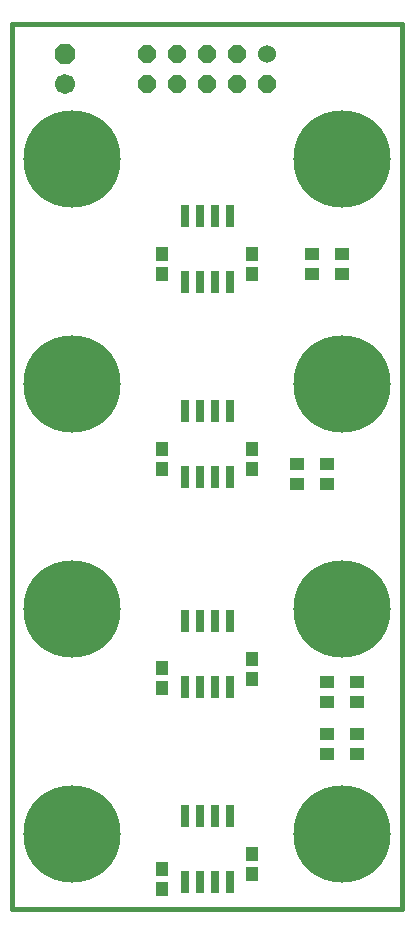
<source format=gts>
G75*
G70*
%OFA0B0*%
%FSLAX24Y24*%
%IPPOS*%
%LPD*%
%AMOC8*
5,1,8,0,0,1.08239X$1,22.5*
%
%ADD10C,0.0160*%
%ADD11R,0.0296X0.0729*%
%ADD12C,0.3240*%
%ADD13R,0.0434X0.0473*%
%ADD14R,0.0473X0.0434*%
%ADD15C,0.0600*%
%ADD16OC8,0.0600*%
%ADD17OC8,0.0670*%
%ADD18C,0.0670*%
D10*
X000242Y000181D02*
X013242Y000181D01*
X013242Y029681D01*
X000242Y029681D01*
X000242Y000181D01*
D11*
X005990Y001079D03*
X006490Y001079D03*
X006990Y001079D03*
X007490Y001079D03*
X007490Y003284D03*
X006990Y003284D03*
X006490Y003284D03*
X005990Y003284D03*
X005990Y007579D03*
X006490Y007579D03*
X006990Y007579D03*
X007490Y007579D03*
X007490Y009784D03*
X006990Y009784D03*
X006490Y009784D03*
X005990Y009784D03*
X005990Y014579D03*
X006490Y014579D03*
X006990Y014579D03*
X007490Y014579D03*
X007490Y016784D03*
X006990Y016784D03*
X006490Y016784D03*
X005990Y016784D03*
X005990Y021079D03*
X006490Y021079D03*
X006990Y021079D03*
X007490Y021079D03*
X007490Y023284D03*
X006990Y023284D03*
X006490Y023284D03*
X005990Y023284D03*
D12*
X002242Y025181D03*
X002242Y017681D03*
X002242Y010181D03*
X002242Y002681D03*
X011242Y002681D03*
X011242Y010181D03*
X011242Y017681D03*
X011242Y025181D03*
D13*
X008242Y022016D03*
X008242Y021347D03*
X008242Y015516D03*
X008242Y014847D03*
X008242Y008516D03*
X008242Y007847D03*
X008242Y002016D03*
X008242Y001347D03*
X005242Y001516D03*
X005242Y000847D03*
X005242Y007547D03*
X005242Y008216D03*
X005242Y014847D03*
X005242Y015516D03*
X005242Y021347D03*
X005242Y022016D03*
D14*
X009742Y015016D03*
X009742Y014347D03*
X010742Y014347D03*
X010742Y015016D03*
X010242Y021347D03*
X010242Y022016D03*
X011242Y022016D03*
X011242Y021347D03*
X010742Y007766D03*
X010742Y007097D03*
X010742Y006016D03*
X010742Y005347D03*
X011742Y005347D03*
X011742Y006016D03*
X011742Y007097D03*
X011742Y007766D03*
D15*
X008742Y028681D03*
D16*
X008742Y027681D03*
X007742Y027681D03*
X007742Y028681D03*
X006742Y028681D03*
X006742Y027681D03*
X005742Y027681D03*
X005742Y028681D03*
X004742Y028681D03*
X004742Y027681D03*
D17*
X001992Y028681D03*
D18*
X001992Y027681D03*
M02*

</source>
